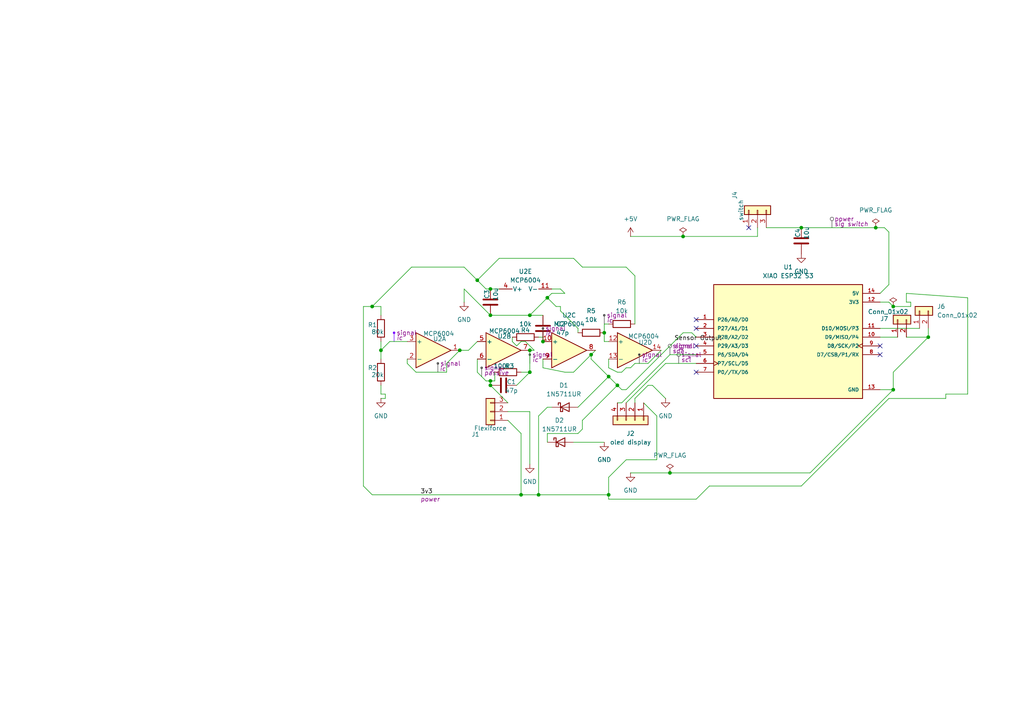
<source format=kicad_sch>
(kicad_sch (version 20250114) (generator "eeschema") (generator_version "9.0")
  (paper "A4")
  (title_block (title "bfs") (date "15-04-2025") (company "Varidhi educational products"))
  (lib_symbols
    (symbol "102010428:102010428" (pin_names (offset 1.016))
      (property "Reference" "U" (at -22.86 17.78 0))
      (property "Value" "102010428" (at -22.86 -17.78 0))
      (symbol "102010428_0_0"
        (rectangle (start -22.86 -15.24) (end 20.32 17.78) (stroke (width 0.254)) (fill (type background)))
        (pin bidirectional line (at -27.94 7.62 0) (length 5.08) (name "P26/A0/D0") (number "1"))
        (pin bidirectional line (at -27.94 5.08 0) (length 5.08) (name "P27/A1/D1") (number "2"))
        (pin bidirectional line (at -27.94 2.54 0) (length 5.08) (name "P28/A2/D2") (number "3"))
        (pin bidirectional line (at -27.94 0 0) (length 5.08) (name "P29/A3/D3") (number "4"))
        (pin bidirectional line (at -27.94 -2.54 0) (length 5.08) (name "P6/SDA/D4") (number "5"))
        (pin bidirectional clock (at -27.94 -5.08 0) (length 5.08) (name "P7/SCL/D5") (number "6"))
        (pin bidirectional line (at -27.94 -7.62 0) (length 5.08) (name "P0//TX/D6") (number "7"))
        (pin power_in line (at 25.4 15.24 180) (length 5.08) (name "5V") (number "14"))
        (pin power_in line (at 25.4 12.7 180) (length 5.08) (name "3V3") (number "12"))
        (pin bidirectional line (at 25.4 5.08 180) (length 5.08) (name "D10/MOSI/P3") (number "11"))
        (pin bidirectional line (at 25.4 2.54 180) (length 5.08) (name "D9/MISO/P4") (number "10"))
        (pin bidirectional clock (at 25.4 0 180) (length 5.08) (name "D8/SCK/P2") (number "9"))
        (pin bidirectional line (at 25.4 -2.54 180) (length 5.08) (name "D7/CSB/P1/RX") (number "8"))
        (pin power_in line (at 25.4 -12.7 180) (length 5.08) (name "GND") (number "13"))
      )
    )
    (symbol "Amplifier_Operational:MCP6004" (pin_names (offset 0.127))
      (property "Reference" "U" (at 0 5.08 0))
      (property "Value" "MCP6004" (at 0 -5.08 0))
      (symbol "MCP6004_1_1"
        (polyline (pts (xy -5.08 5.08) (xy 5.08 0) (xy -5.08 -5.08) (xy -5.08 5.08)) (stroke (width 0.254)) (fill (type background)))
        (pin input line (at -7.62 2.54 0) (length 2.54) (name "+") (number "3"))
        (pin input line (at -7.62 -2.54 0) (length 2.54) (name "-") (number "2"))
        (pin output line (at 7.62 0 180) (length 2.54) (name "~") (number "1"))
      )
      (symbol "MCP6004_2_1"
        (polyline (pts (xy -5.08 5.08) (xy 5.08 0) (xy -5.08 -5.08) (xy -5.08 5.08)) (stroke (width 0.254)) (fill (type background)))
        (pin input line (at -7.62 2.54 0) (length 2.54) (name "+") (number "5"))
        (pin input line (at -7.62 -2.54 0) (length 2.54) (name "-") (number "6"))
        (pin output line (at 7.62 0 180) (length 2.54) (name "~") (number "7"))
      )
      (symbol "MCP6004_3_1"
        (polyline (pts (xy -5.08 5.08) (xy 5.08 0) (xy -5.08 -5.08) (xy -5.08 5.08)) (stroke (width 0.254)) (fill (type background)))
        (pin input line (at -7.62 2.54 0) (length 2.54) (name "+") (number "10"))
        (pin input line (at -7.62 -2.54 0) (length 2.54) (name "-") (number "9"))
        (pin output line (at 7.62 0 180) (length 2.54) (name "~") (number "8"))
      )
      (symbol "MCP6004_4_1"
        (polyline (pts (xy -5.08 5.08) (xy 5.08 0) (xy -5.08 -5.08) (xy -5.08 5.08)) (stroke (width 0.254)) (fill (type background)))
        (pin input line (at -7.62 2.54 0) (length 2.54) (name "+") (number "12"))
        (pin input line (at -7.62 -2.54 0) (length 2.54) (name "-") (number "13"))
        (pin output line (at 7.62 0 180) (length 2.54) (name "~") (number "14"))
      )
      (symbol "MCP6004_5_1"
        (pin power_in line (at -2.54 7.62 270) (length 3.81) (name "V+") (number "4"))
        (pin power_in line (at -2.54 -7.62 90) (length 3.81) (name "V-") (number "11"))
      )
    )
    (symbol "Connector_Generic:Conn_01x02" (pin_names (offset 1.016) (hide yes))
      (property "Reference" "J" (at 0 2.54 0))
      (property "Value" "Conn_01x02" (at 0 -5.08 0))
      (symbol "Conn_01x02_1_1"
        (rectangle (start -1.27 1.27) (end 1.27 -3.81) (stroke (width 0.254)) (fill (type background)))
        (rectangle (start -1.27 0.127) (end 0 -0.127) (stroke (width 0.1524)))
        (rectangle (start -1.27 -2.413) (end 0 -2.667) (stroke (width 0.1524)))
        (pin passive line (at -5.08 0 0) (length 3.81) (name "Pin_1") (number "1"))
        (pin passive line (at -5.08 -2.54 0) (length 3.81) (name "Pin_2") (number "2"))
      )
    )
    (symbol "Connector_Generic:Conn_01x03" (pin_names (offset 1.016) (hide yes))
      (property "Reference" "J" (at 0 5.08 0))
      (property "Value" "Conn_01x03" (at 0 -5.08 0))
      (symbol "Conn_01x03_1_1"
        (rectangle (start -1.27 3.81) (end 1.27 -3.81) (stroke (width 0.254)) (fill (type background)))
        (rectangle (start -1.27 2.667) (end 0 2.413) (stroke (width 0.1524)))
        (rectangle (start -1.27 0.127) (end 0 -0.127) (stroke (width 0.1524)))
        (rectangle (start -1.27 -2.413) (end 0 -2.667) (stroke (width 0.1524)))
        (pin passive line (at -5.08 2.54 0) (length 3.81) (name "Pin_1") (number "1"))
        (pin passive line (at -5.08 0 0) (length 3.81) (name "Pin_2") (number "2"))
        (pin passive line (at -5.08 -2.54 0) (length 3.81) (name "Pin_3") (number "3"))
      )
    )
    (symbol "Connector_Generic:Conn_01x04" (pin_names (offset 1.016) (hide yes))
      (property "Reference" "J" (at 0 5.08 0))
      (property "Value" "Conn_01x04" (at 0 -7.62 0))
      (symbol "Conn_01x04_1_1"
        (rectangle (start -1.27 3.81) (end 1.27 -6.35) (stroke (width 0.254)) (fill (type background)))
        (rectangle (start -1.27 2.667) (end 0 2.413) (stroke (width 0.1524)))
        (rectangle (start -1.27 0.127) (end 0 -0.127) (stroke (width 0.1524)))
        (rectangle (start -1.27 -2.413) (end 0 -2.667) (stroke (width 0.1524)))
        (rectangle (start -1.27 -4.953) (end 0 -5.207) (stroke (width 0.1524)))
        (pin passive line (at -5.08 2.54 0) (length 3.81) (name "Pin_1") (number "1"))
        (pin passive line (at -5.08 0 0) (length 3.81) (name "Pin_2") (number "2"))
        (pin passive line (at -5.08 -2.54 0) (length 3.81) (name "Pin_3") (number "3"))
        (pin passive line (at -5.08 -5.08 0) (length 3.81) (name "Pin_4") (number "4"))
      )
    )
    (symbol "Device:C" (pin_numbers (hide yes)) (pin_names (offset 0.254))
      (property "Reference" "C" (at 0.635 2.54 0))
      (property "Value" "C" (at 0.635 -2.54 0))
      (symbol "C_0_1"
        (polyline (pts (xy -2.032 0.762) (xy 2.032 0.762)) (stroke (width 0.508)))
        (polyline (pts (xy -2.032 -0.762) (xy 2.032 -0.762)) (stroke (width 0.508)))
      )
      (symbol "C_1_1"
        (pin passive line (at 0 3.81 270) (length 2.794) (name "~") (number "1"))
        (pin passive line (at 0 -3.81 90) (length 2.794) (name "~") (number "2"))
      )
    )
    (symbol "Device:R" (pin_numbers (hide yes)) (pin_names (offset 0))
      (property "Reference" "R" (at 2.032 0 90))
      (property "Value" "R" (at 0 0 90))
      (symbol "R_0_1"
        (rectangle (start -1.016 -2.54) (end 1.016 2.54) (stroke (width 0.254)))
      )
      (symbol "R_1_1"
        (pin passive line (at 0 3.81 270) (length 1.27) (name "~") (number "1"))
        (pin passive line (at 0 -3.81 90) (length 1.27) (name "~") (number "2"))
      )
    )
    (symbol "Diode:1N5711UR" (pin_numbers (hide yes)) (pin_names (offset 1.016) (hide yes))
      (property "Reference" "D" (at 0 2.54 0))
      (property "Value" "1N5711UR" (at 0 -2.54 0))
      (symbol "1N5711UR_0_1"
        (polyline (pts (xy -1.905 0.635) (xy -1.905 1.27) (xy -1.27 1.27) (xy -1.27 -1.27) (xy -0.635 -1.27) (xy -0.635 -0.635)) (stroke (width 0.254)))
        (polyline (pts (xy 1.27 1.27) (xy 1.27 -1.27) (xy -1.27 0) (xy 1.27 1.27)) (stroke (width 0.254)))
        (polyline (pts (xy 1.27 0) (xy -1.27 0)))
      )
      (symbol "1N5711UR_1_1"
        (pin passive line (at -3.81 0 0) (length 2.54) (name "K") (number "1"))
        (pin passive line (at 3.81 0 180) (length 2.54) (name "A") (number "2"))
      )
    )
    (symbol "power:+5V" (power) (pin_numbers (hide yes)) (pin_names (offset 0) (hide yes))
      (property "Value" "+5V" (at 0 3.556 0))
      (symbol "+5V_0_1"
        (polyline (pts (xy -0.762 1.27) (xy 0 2.54)))
        (polyline (pts (xy 0 2.54) (xy 0.762 1.27)))
        (polyline (pts (xy 0 0) (xy 0 2.54)))
      )
      (symbol "+5V_1_1"
        (pin power_in line (at 0 0 90) (length 0) (name "~") (number "1"))
      )
    )
    (symbol "power:GND" (power) (pin_numbers (hide yes)) (pin_names (offset 0) (hide yes))
      (property "Value" "GND" (at 0 -3.81 0))
      (symbol "GND_0_1"
        (polyline (pts (xy 0 0) (xy 0 -1.27) (xy 1.27 -1.27) (xy 0 -2.54) (xy -1.27 -1.27) (xy 0 -1.27)))
      )
      (symbol "GND_1_1"
        (pin power_in line (at 0 0 270) (length 0) (name "~") (number "1"))
      )
    )
    (symbol "power:PWR_FLAG" (power) (pin_numbers (hide yes)) (pin_names (offset 0) (hide yes))
      (property "Value" "PWR_FLAG" (at 0 3.81 0))
      (symbol "PWR_FLAG_0_0"
        (pin power_out line (at 0 0 90) (length 0) (name "~") (number "1"))
      )
      (symbol "PWR_FLAG_0_1"
        (polyline (pts (xy 0 0) (xy 0 1.27) (xy -1.016 1.905) (xy 0 2.54) (xy 1.016 1.905) (xy 0 1.27)))
      )
    )
  )
  (junction (at 156.21 143.51))
  (junction (at 153.67 107.95))
  (junction (at 142.24 110.49))
  (junction (at 158.75 86.36))
  (junction (at 142.24 83.82))
  (junction (at 198.12 68.58))
  (junction (at 259.08 88.9))
  (junction (at 269.24 97.79))
  (junction (at 259.08 113.03))
  (junction (at 110.49 101.6))
  (junction (at 138.43 81.28))
  (junction (at 175.26 96.52))
  (junction (at 254 66.04))
  (junction (at 107.95 88.9))
  (junction (at 133.35 101.6))
  (junction (at 232.41 66.04))
  (junction (at 157.48 99.06))
  (junction (at 179.07 111.76))
  (junction (at 153.67 91.44))
  (junction (at 176.53 143.51))
  (junction (at 153.67 101.6))
  (junction (at 176.53 109.22))
  (junction (at 151.13 143.51))
  (junction (at 142.24 91.44))
  (junction (at 194.31 137.16))
  (junction (at 171.45 102.87))
  (junction (at 142.24 111.76))
  (no_connect (at 255.27 102.87))
  (no_connect (at 255.27 100.33))
  (no_connect (at 201.93 100.33))
  (no_connect (at 201.93 92.71))
  (no_connect (at 201.93 107.95))
  (no_connect (at 217.17 66.04))
  (no_connect (at 201.93 95.25))
  (wire (pts (xy 110.49 99.06) (xy 110.49 101.6)))
  (wire (pts (xy 105.41 88.9) (xy 107.95 88.9)))
  (wire (pts (xy 180.34 107.95) (xy 181.61 106.68)))
  (wire (pts (xy 105.41 140.97) (xy 107.95 143.51)))
  (wire (pts (xy 152.4 99.06) (xy 154.94 101.6)))
  (wire (pts (xy 157.48 97.79) (xy 157.48 99.06)))
  (wire (pts (xy 110.49 101.6) (xy 110.49 104.14)))
  (wire (pts (xy 257.81 115.57) (xy 232.41 140.97)))
  (wire (pts (xy 160.02 85.09) (xy 158.75 86.36)))
  (wire (pts (xy 168.91 124.46) (xy 168.91 121.92)))
  (wire (pts (xy 184.15 115.57) (xy 187.96 111.76)))
  (wire (pts (xy 147.32 116.84) (xy 142.24 111.76)))
  (wire (pts (xy 144.78 83.82) (xy 142.24 83.82)))
  (wire (pts (xy 134.62 83.82) (xy 134.62 87.63)))
  (wire (pts (xy 262.89 97.79) (xy 269.24 97.79)))
  (wire (pts (xy 168.91 77.47) (xy 166.37 74.93)))
  (wire (pts (xy 179.07 107.95) (xy 180.34 107.95)))
  (wire (pts (xy 198.12 68.58) (xy 219.71 68.58)))
  (wire (pts (xy 187.96 111.76) (xy 189.23 111.76)))
  (wire (pts (xy 176.53 109.22) (xy 179.07 111.76)))
  (wire (pts (xy 167.64 118.11) (xy 176.53 109.22)))
  (wire (pts (xy 184.15 105.41) (xy 187.96 105.41)))
  (wire (pts (xy 162.56 83.82) (xy 163.83 85.09)))
  (wire (pts (xy 257.81 82.55) (xy 255.27 85.09)))
  (wire (pts (xy 176.53 144.78) (xy 176.53 143.51)))
  (wire (pts (xy 175.26 99.06) (xy 176.53 99.06)))
  (wire (pts (xy 259.08 113.03) (xy 259.08 107.95)))
  (wire (pts (xy 118.11 99.06) (xy 113.03 99.06)))
  (wire (pts (xy 167.64 125.73) (xy 168.91 124.46)))
  (wire (pts (xy 105.41 88.9) (xy 105.41 140.97)))
  (wire (pts (xy 198.12 96.52) (xy 200.66 96.52)))
  (wire (pts (xy 166.37 107.95) (xy 171.45 102.87)))
  (wire (pts (xy 151.13 107.95) (xy 153.67 107.95)))
  (wire (pts (xy 110.49 111.76) (xy 110.49 114.3)))
  (wire (pts (xy 148.59 99.06) (xy 149.86 100.33)))
  (wire (pts (xy 190.5 120.65) (xy 186.69 116.84)))
  (wire (pts (xy 110.49 88.9) (xy 110.49 91.44)))
  (wire (pts (xy 184.15 93.98) (xy 184.15 80.01)))
  (wire (pts (xy 161.29 88.9) (xy 158.75 86.36)))
  (wire (pts (xy 110.49 114.3) (xy 111.76 114.3)))
  (wire (pts (xy 153.67 119.38) (xy 153.67 134.62)))
  (wire (pts (xy 198.12 96.52) (xy 181.61 113.03)))
  (wire (pts (xy 182.88 68.58) (xy 198.12 68.58)))
  (wire (pts (xy 151.13 99.06) (xy 152.4 99.06)))
  (wire (pts (xy 149.86 111.76) (xy 153.67 107.95)))
  (wire (pts (xy 142.24 110.49) (xy 142.24 111.76)))
  (wire (pts (xy 269.24 95.25) (xy 269.24 97.79)))
  (wire (pts (xy 254 66.04) (xy 256.54 66.04)))
  (wire (pts (xy 156.21 120.65) (xy 156.21 143.51)))
  (wire (pts (xy 118.11 105.41) (xy 120.65 107.95)))
  (wire (pts (xy 255.27 97.79) (xy 260.35 97.79)))
  (wire (pts (xy 180.34 116.84) (xy 194.31 102.87)))
  (wire (pts (xy 194.31 137.16) (xy 234.95 137.16)))
  (wire (pts (xy 190.5 133.35) (xy 190.5 120.65)))
  (wire (pts (xy 181.61 113.03) (xy 180.34 113.03)))
  (wire (pts (xy 149.86 100.33) (xy 151.13 99.06)))
  (wire (pts (xy 166.37 128.27) (xy 175.26 128.27)))
  (wire (pts (xy 179.07 116.84) (xy 180.34 116.84)))
  (wire (pts (xy 110.49 115.57) (xy 111.76 115.57)))
  (wire (pts (xy 120.65 107.95) (xy 129.54 107.95)))
  (wire (pts (xy 142.24 110.49) (xy 140.97 110.49)))
  (wire (pts (xy 257.81 67.31) (xy 257.81 82.55)))
  (wire (pts (xy 111.76 114.3) (xy 111.76 115.57)))
  (wire (pts (xy 153.67 101.6) (xy 154.94 101.6)))
  (wire (pts (xy 259.08 107.95) (xy 269.24 97.79)))
  (wire (pts (xy 151.13 125.73) (xy 151.13 143.51)))
  (wire (pts (xy 176.53 144.78) (xy 201.93 144.78)))
  (wire (pts (xy 264.16 87.63) (xy 262.89 87.63)))
  (wire (pts (xy 171.45 104.14) (xy 176.53 109.22)))
  (wire (pts (xy 181.61 77.47) (xy 168.91 77.47)))
  (wire (pts (xy 176.53 104.14) (xy 176.53 106.68)))
  (wire (pts (xy 181.61 133.35) (xy 190.5 133.35)))
  (wire (pts (xy 163.83 107.95) (xy 166.37 107.95)))
  (wire (pts (xy 189.23 111.76) (xy 193.04 115.57)))
  (wire (pts (xy 167.64 95.25) (xy 162.56 90.17)))
  (wire (pts (xy 222.25 66.04) (xy 232.41 66.04)))
  (wire (pts (xy 257.81 67.31) (xy 256.54 66.04)))
  (wire (pts (xy 138.43 104.14) (xy 138.43 107.95)))
  (wire (pts (xy 144.78 74.93) (xy 138.43 81.28)))
  (wire (pts (xy 119.38 77.47) (xy 107.95 88.9)))
  (wire (pts (xy 142.24 91.44) (xy 134.62 83.82)))
  (wire (pts (xy 153.67 91.44) (xy 142.24 91.44)))
  (wire (pts (xy 138.43 81.28) (xy 134.62 77.47)))
  (wire (pts (xy 151.13 143.51) (xy 156.21 143.51)))
  (wire (pts (xy 194.31 102.87) (xy 201.93 102.87)))
  (wire (pts (xy 107.95 88.9) (xy 110.49 88.9)))
  (wire (pts (xy 182.88 106.68) (xy 184.15 105.41)))
  (wire (pts (xy 171.45 102.87) (xy 172.72 101.6)))
  (wire (pts (xy 232.41 66.04) (xy 254 66.04)))
  (wire (pts (xy 176.53 106.68) (xy 179.07 107.95)))
  (wire (pts (xy 129.54 107.95) (xy 129.54 105.41)))
  (wire (pts (xy 156.21 97.79) (xy 157.48 97.79)))
  (wire (pts (xy 205.74 140.97) (xy 232.41 140.97)))
  (wire (pts (xy 255.27 87.63) (xy 257.81 87.63)))
  (wire (pts (xy 200.66 96.52) (xy 201.93 97.79)))
  (wire (pts (xy 118.11 104.14) (xy 118.11 105.41)))
  (wire (pts (xy 158.75 118.11) (xy 156.21 120.65)))
  (wire (pts (xy 142.24 83.82) (xy 140.97 83.82)))
  (wire (pts (xy 264.16 88.9) (xy 259.08 88.9)))
  (wire (pts (xy 158.75 125.73) (xy 158.75 128.27)))
  (wire (pts (xy 255.27 95.25) (xy 266.7 95.25)))
  (wire (pts (xy 157.48 106.68) (xy 163.83 107.95)))
  (wire (pts (xy 162.56 88.9) (xy 162.56 90.17)))
  (wire (pts (xy 135.89 101.6) (xy 138.43 99.06)))
  (wire (pts (xy 176.53 143.51) (xy 176.53 138.43)))
  (wire (pts (xy 181.61 116.84) (xy 193.04 105.41)))
  (wire (pts (xy 140.97 83.82) (xy 138.43 81.28)))
  (wire (pts (xy 143.51 110.49) (xy 142.24 110.49)))
  (wire (pts (xy 193.04 105.41) (xy 201.93 105.41)))
  (wire (pts (xy 148.59 97.79) (xy 148.59 99.06)))
  (wire (pts (xy 157.48 91.44) (xy 153.67 91.44)))
  (wire (pts (xy 262.89 87.63) (xy 262.89 85.09)))
  (wire (pts (xy 257.81 87.63) (xy 259.08 88.9)))
  (wire (pts (xy 171.45 104.14) (xy 171.45 102.87)))
  (wire (pts (xy 168.91 121.92) (xy 179.07 111.76)))
  (wire (pts (xy 134.62 77.47) (xy 119.38 77.47)))
  (wire (pts (xy 175.26 93.98) (xy 175.26 96.52)))
  (wire (pts (xy 262.89 85.09) (xy 280.67 86.36)))
  (wire (pts (xy 163.83 85.09) (xy 160.02 85.09)))
  (wire (pts (xy 166.37 74.93) (xy 144.78 74.93)))
  (wire (pts (xy 184.15 80.01) (xy 181.61 77.47)))
  (wire (pts (xy 182.88 137.16) (xy 194.31 137.16)))
  (wire (pts (xy 219.71 66.04) (xy 219.71 68.58)))
  (wire (pts (xy 147.32 119.38) (xy 153.67 119.38)))
  (wire (pts (xy 280.67 114.3) (xy 274.32 114.3)))
  (wire (pts (xy 113.03 99.06) (xy 110.49 101.6)))
  (wire (pts (xy 187.96 105.41) (xy 191.77 101.6)))
  (wire (pts (xy 274.32 114.3) (xy 274.32 115.57)))
  (wire (pts (xy 157.48 104.14) (xy 157.48 106.68)))
  (wire (pts (xy 179.07 111.76) (xy 180.34 113.03)))
  (wire (pts (xy 264.16 87.63) (xy 264.16 88.9)))
  (wire (pts (xy 274.32 115.57) (xy 257.81 115.57)))
  (wire (pts (xy 160.02 83.82) (xy 162.56 83.82)))
  (wire (pts (xy 147.32 121.92) (xy 151.13 125.73)))
  (wire (pts (xy 158.75 125.73) (xy 167.64 125.73)))
  (wire (pts (xy 175.26 96.52) (xy 175.26 99.06)))
  (wire (pts (xy 234.95 137.16) (xy 259.08 113.03)))
  (wire (pts (xy 129.54 105.41) (xy 133.35 101.6)))
  (wire (pts (xy 255.27 113.03) (xy 259.08 113.03)))
  (wire (pts (xy 158.75 86.36) (xy 153.67 91.44)))
  (wire (pts (xy 280.67 86.36) (xy 280.67 114.3)))
  (wire (pts (xy 156.21 143.51) (xy 176.53 143.51)))
  (wire (pts (xy 175.26 93.98) (xy 176.53 93.98)))
  (wire (pts (xy 162.56 88.9) (xy 161.29 88.9)))
  (wire (pts (xy 205.74 140.97) (xy 201.93 144.78)))
  (wire (pts (xy 181.61 106.68) (xy 182.88 106.68)))
  (wire (pts (xy 176.53 138.43) (xy 181.61 133.35)))
  (wire (pts (xy 184.15 116.84) (xy 184.15 115.57)))
  (wire (pts (xy 143.51 107.95) (xy 143.51 110.49)))
  (wire (pts (xy 160.02 118.11) (xy 158.75 118.11)))
  (wire (pts (xy 167.64 96.52) (xy 167.64 95.25)))
  (wire (pts (xy 138.43 107.95) (xy 140.97 110.49)))
  (wire (pts (xy 133.35 101.6) (xy 135.89 101.6)))
  (wire (pts (xy 107.95 143.51) (xy 151.13 143.51)))
  (wire (pts (xy 153.67 101.6) (xy 153.67 107.95)))
  (label "Sensor Output" (at 195.58 99.06 0) (property "Sensor Output" "signal" (at 195.58 100.33 0) (effects (font (italic yes)) (justify left))))
  (label "3v3" (at 121.92 143.51 0) (property "3v3" "power" (at 121.92 144.78 0) (effects (font (italic yes)) (justify left))))
  (netclass_flag "" (length 2.54) (shape dot) (at 157.48 97.79 0) (property "Netclass" "signal" (at 158.1785 95.25 0) (effects (justify left))) (property "Component Class" "ic" (at 158.1785 96.7105 0) (effects (font (italic yes)) (justify left))))
  (netclass_flag "" (length 2.54) (shape dot) (at 153.67 105.41 0) (property "Netclass" "signal" (at 154.3685 102.87 0) (effects (justify left))) (property "Component Class" "ic" (at 154.3685 104.3305 0) (effects (font (italic yes)) (justify left))))
  (netclass_flag "" (length 2.54) (shape dot) (at 114.3 99.06 0) (property "Netclass" "signal" (at 114.9985 96.52 0) (effects (justify left))) (property "Component Class" "ic" (at 114.9985 97.9805 0) (effects (font (italic yes)) (justify left))))
  (netclass_flag "" (length 2.54) (shape dot) (at 127 107.95 0) (property "Netclass" "signal" (at 127.6985 105.41 0) (effects (justify left))) (property "Component Class" "ic" (at 127.508 106.934 0) (effects (font (italic yes)) (justify left))))
  (netclass_flag "" (length 2.54) (shape round) (at 241.3 66.04 0) (property "Netclass" "power" (at 241.9985 63.5 0) (effects (justify left))) (property "Component Class" "sig switch" (at 241.9985 64.9605 0) (effects (font (italic yes)) (justify left))))
  (netclass_flag "" (length 2.54) (shape round) (at 196.85 105.41 0) (property "Netclass" "signal" (at 197.5485 102.87 0) (effects (justify left))) (property "Component Class" "scl" (at 197.5485 104.3305 0) (effects (font (italic yes)) (justify left))))
  (netclass_flag "" (length 2.54) (shape dot) (at 139.7 109.22 0) (property "Netclass" "signal" (at 140.3985 106.68 0) (effects (justify left))) (property "Component Class" "passive" (at 140.3985 108.1405 0) (effects (font (italic yes)) (justify left))))
  (netclass_flag "" (length 2.54) (shape dot) (at 175.26 93.98 0) (property "Netclass" "signal" (at 175.9585 91.44 0) (effects (justify left))) (property "Component Class" "ic" (at 175.9585 92.9005 0) (effects (font (italic yes)) (justify left))))
  (netclass_flag "" (length 2.54) (shape dot) (at 185.42 105.41 0) (property "Netclass" "signal" (at 186.1185 102.87 0) (effects (justify left))) (property "Component Class" "ic" (at 186.1185 104.3305 0) (effects (font (italic yes)) (justify left))))
  (netclass_flag "" (length 2.54) (shape round) (at 194.31 102.87 0) (property "Netclass" "signal" (at 195.0085 100.33 0) (effects (justify left))) (property "Component Class" "sda" (at 195.0085 101.7905 0) (effects (font (italic yes)) (justify left))))
  (symbol (lib_id "Device:C") (at 142.24 87.63 180) (unit 1)
    (property "Reference" "C3" (at 141.224 85.344 90))
    (property "Value" "10u" (at 143.764 85.344 90))
    (property "Footprint" "Capacitor_SMD:C_0603_1608Metric" (effects (hide yes)))
    (property "Description" "Unpolarized capacitor" (effects (hide yes)))
  )
  (symbol (lib_id "power:GND") (at 182.88 137.16 0) (unit 1)
    (property "Reference" "#PWR02" (effects (hide yes)))
    (property "Value" "GND" (at 182.88 142.24 0))
    (property "Description" "Power symbol creates a global label with name \"GND\" , ground" (effects (hide yes)))
  )
  (symbol (lib_id "Device:R") (at 180.34 93.98 90) (unit 1)
    (property "Reference" "R6" (at 180.34 87.63 90))
    (property "Value" "10k" (at 180.34 90.17 90))
    (property "Footprint" "Resistor_SMD:R_0603_1608Metric_Pad0.98x0.95mm_HandSolder" (effects (hide yes)))
    (property "Description" "Resistor" (effects (hide yes)))
  )
  (symbol (lib_id "Amplifier_Operational:MCP6004") (at 152.4 81.28 90) (unit 5)
    (property "Reference" "U2" (at 152.4 78.74 90))
    (property "Value" "MCP6004" (at 152.4 81.28 90))
    (property "Footprint" "Package_SO:SOIC-14_3.9x8.7mm_P1.27mm" (effects (hide yes)))
    (property "Datasheet" "http://ww1.microchip.com/downloads/en/DeviceDoc/21733j.pdf" (effects (hide yes)))
    (property "Description" "1MHz, Low-Power Op Amp, DIP-14/SOIC-14/TSSOP-14" (effects (hide yes)))
  )
  (symbol (lib_id "power:GND") (at 193.04 115.57 0) (unit 1)
    (property "Reference" "#PWR06" (effects (hide yes)))
    (property "Value" "GND" (at 193.04 120.65 0))
    (property "Description" "Power symbol creates a global label with name \"GND\" , ground" (effects (hide yes)))
  )
  (symbol (lib_id "power:PWR_FLAG") (at 198.12 68.58 0) (unit 1)
    (property "Reference" "#FLG02" (effects (hide yes)))
    (property "Value" "PWR_FLAG" (at 198.12 63.5 0))
    (property "Description" "Special symbol for telling ERC where power comes from" (effects (hide yes)))
  )
  (symbol (lib_id "power:GND") (at 110.49 115.57 0) (unit 1)
    (property "Reference" "#PWR03" (effects (hide yes)))
    (property "Value" "GND" (at 110.49 120.65 0))
    (property "Description" "Power symbol creates a global label with name \"GND\" , ground" (effects (hide yes)))
  )
  (symbol (lib_id "Device:R") (at 110.49 95.25 0) (unit 1)
    (property "Reference" "R1" (at 106.68 94.234 0) (effects (justify left)))
    (property "Value" "80k" (at 107.696 96.266 0) (effects (justify left)))
    (property "Footprint" "Resistor_SMD:R_0603_1608Metric_Pad0.98x0.95mm_HandSolder" (effects (hide yes)))
    (property "Description" "Resistor" (effects (hide yes)))
  )
  (symbol (lib_id "Device:R") (at 147.32 107.95 90) (unit 1)
    (property "Reference" "R3" (at 147.828 106.172 90))
    (property "Value" "100k" (at 145.542 106.172 90))
    (property "Footprint" "Resistor_SMD:R_0603_1608Metric_Pad0.98x0.95mm_HandSolder" (effects (hide yes)))
    (property "Description" "Resistor" (effects (hide yes)))
  )
  (symbol (lib_id "power:GND") (at 153.67 134.62 0) (unit 1)
    (property "Reference" "#PWR07" (effects (hide yes)))
    (property "Value" "GND" (at 153.67 139.7 0))
    (property "Description" "Power symbol creates a global label with name \"GND\" , ground" (effects (hide yes)))
  )
  (symbol (lib_id "Connector_Generic:Conn_01x04") (at 184.15 121.92 270) (unit 1)
    (property "Reference" "J2" (at 182.88 125.73 90))
    (property "Value" "oled display" (at 182.88 128.27 90))
    (property "Footprint" "Connector:FanPinHeader_1x04_P2.54mm_Vertical" (effects (hide yes)))
    (property "Description" "Generic connector, single row, 01x04, script generated (kicad-library-utils/schlib/autogen/connector/)" (effects (hide yes)))
  )
  (symbol (lib_id "Device:R") (at 152.4 97.79 90) (unit 1)
    (property "Reference" "R4" (at 152.4 95.758 90))
    (property "Value" "10k" (at 152.4 93.98 90))
    (property "Footprint" "Resistor_SMD:R_0603_1608Metric_Pad0.98x0.95mm_HandSolder" (effects (hide yes)))
    (property "Description" "Resistor" (effects (hide yes)))
  )
  (symbol (lib_id "Device:C") (at 146.05 111.76 90) (unit 1)
    (property "Reference" "C1" (at 148.336 110.744 90))
    (property "Value" "47p" (at 148.336 113.284 90))
    (property "Footprint" "Capacitor_SMD:C_0603_1608Metric" (effects (hide yes)))
    (property "Description" "Unpolarized capacitor" (effects (hide yes)))
  )
  (symbol (lib_id "Connector_Generic:Conn_01x02") (at 260.35 92.71 90) (unit 1)
    (property "Reference" "J7" (at 255.27 92.456 90) (effects (justify right)))
    (property "Value" "Conn_01x02" (at 251.714 90.424 90) (effects (justify right)))
    (property "Footprint" "Connector_JST:JST_XH_S2B-XH-A-1_1x02_P2.50mm_Horizontal" (effects (hide yes)))
    (property "Description" "Generic connector, single row, 01x02, script generated (kicad-library-utils/schlib/autogen/connector/)" (effects (hide yes)))
  )
  (symbol (lib_id "Diode:1N5711UR") (at 163.83 118.11 0) (unit 1)
    (property "Reference" "D1" (at 163.5125 111.76 0))
    (property "Value" "1N5711UR" (at 163.5125 114.3 0))
    (property "Footprint" "Diode_SMD:D_MELF" (effects (hide yes)))
    (property "Datasheet" "https://www.microsemi.com/document-portal/doc_download/131890-lds-0040-1-datasheet" (effects (hide yes)))
    (property "Description" "70V 33mA Schottky diode, MELF(DO-213AA)" (effects (hide yes)))
  )
  (symbol (lib_id "power:GND") (at 232.41 73.66 0) (unit 1)
    (property "Reference" "#PWR08" (effects (hide yes)))
    (property "Value" "GND" (at 232.41 78.74 0))
    (property "Description" "Power symbol creates a global label with name \"GND\" , ground" (effects (hide yes)))
  )
  (symbol (lib_id "power:+5V") (at 182.88 68.58 0) (unit 1)
    (property "Reference" "#PWR01" (effects (hide yes)))
    (property "Value" "+5V" (at 182.88 63.5 0))
    (property "Description" "Power symbol creates a global label with name \"+5V\"" (effects (hide yes)))
  )
  (symbol (lib_id "Device:C") (at 157.48 95.25 0) (unit 1)
    (property "Reference" "C2" (at 161.29 93.9799 0) (effects (justify left)))
    (property "Value" "47p" (at 161.29 96.5199 0) (effects (justify left)))
    (property "Footprint" "Capacitor_SMD:C_0603_1608Metric" (effects (hide yes)))
    (property "Description" "Unpolarized capacitor" (effects (hide yes)))
  )
  (symbol (lib_id "Connector_Generic:Conn_01x03") (at 219.71 60.96 90) (unit 1)
    (property "Reference" "J4" (at 213.106 56.642 0))
    (property "Value" "switch" (at 214.884 60.96 0))
    (property "Footprint" "Connector:FanPinHeader_1x03_P2.54mm_Vertical" (effects (hide yes)))
    (property "Description" "Generic connector, single row, 01x03, script generated (kicad-library-utils/schlib/autogen/connector/)" (effects (hide yes)))
  )
  (symbol (lib_id "power:GND") (at 134.62 87.63 0) (unit 1)
    (property "Reference" "#PWR04" (effects (hide yes)))
    (property "Value" "GND" (at 134.62 92.71 0))
    (property "Description" "Power symbol creates a global label with name \"GND\" , ground" (effects (hide yes)))
  )
  (symbol (lib_id "power:PWR_FLAG") (at 194.31 137.16 0) (unit 1)
    (property "Reference" "#FLG04" (effects (hide yes)))
    (property "Value" "PWR_FLAG" (at 194.31 132.08 0))
    (property "Description" "Special symbol for telling ERC where power comes from" (effects (hide yes)))
  )
  (symbol (lib_id "Diode:1N5711UR") (at 162.56 128.27 0) (unit 1)
    (property "Reference" "D2" (at 162.2425 121.92 0))
    (property "Value" "1N5711UR" (at 162.2425 124.46 0))
    (property "Footprint" "Diode_SMD:D_MELF" (effects (hide yes)))
    (property "Datasheet" "https://www.microsemi.com/document-portal/doc_download/131890-lds-0040-1-datasheet" (effects (hide yes)))
    (property "Description" "70V 33mA Schottky diode, MELF(DO-213AA)" (effects (hide yes)))
  )
  (symbol (lib_id "Device:R") (at 171.45 96.52 270) (unit 1)
    (property "Reference" "R5" (at 171.45 90.17 90))
    (property "Value" "10k" (at 171.45 92.71 90))
    (property "Footprint" "Resistor_SMD:R_0603_1608Metric_Pad0.98x0.95mm_HandSolder" (effects (hide yes)))
    (property "Description" "Resistor" (effects (hide yes)))
  )
  (symbol (lib_id "Device:C") (at 232.41 69.85 180) (unit 1)
    (property "Reference" "C4" (at 231.394 67.564 90))
    (property "Value" "10u" (at 233.934 67.564 90))
    (property "Footprint" "Capacitor_SMD:C_0603_1608Metric" (effects (hide yes)))
    (property "Description" "Unpolarized capacitor" (effects (hide yes)))
  )
  (symbol (lib_id "Connector_Generic:Conn_01x02") (at 266.7 90.17 90) (unit 1)
    (property "Reference" "J6" (at 271.78 88.8999 90) (effects (justify right)))
    (property "Value" "Conn_01x02" (at 271.78 91.4399 90) (effects (justify right)))
    (property "Footprint" "Connector_JST:JST_XH_S2B-XH-A-1_1x02_P2.50mm_Horizontal" (effects (hide yes)))
    (property "Description" "Generic connector, single row, 01x02, script generated (kicad-library-utils/schlib/autogen/connector/)" (effects (hide yes)))
  )
  (symbol (lib_id "Device:R") (at 110.49 107.95 0) (unit 1)
    (property "Reference" "R2" (at 106.68 106.68 0) (effects (justify left)))
    (property "Value" "20k" (at 107.696 108.712 0) (effects (justify left)))
    (property "Footprint" "Resistor_SMD:R_0603_1608Metric_Pad0.98x0.95mm_HandSolder" (effects (hide yes)))
    (property "Description" "Resistor" (effects (hide yes)))
  )
  (symbol (lib_id "power:PWR_FLAG") (at 259.08 88.9 0) (unit 1)
    (property "Reference" "#FLG03" (effects (hide yes)))
    (property "Value" "PWR_FLAG" (effects (hide yes)))
    (property "Description" "Special symbol for telling ERC where power comes from" (effects (hide yes)))
  )
  (symbol (lib_id "Amplifier_Operational:MCP6004") (at 125.73 101.6 0) (unit 1)
    (property "Reference" "U2" (at 127.508 98.298 0))
    (property "Value" "MCP6004" (at 127.254 96.774 0))
    (property "Footprint" "Package_SO:SOIC-14_3.9x8.7mm_P1.27mm" (effects (hide yes)))
    (property "Datasheet" "http://ww1.microchip.com/downloads/en/DeviceDoc/21733j.pdf" (effects (hide yes)))
    (property "Description" "1MHz, Low-Power Op Amp, DIP-14/SOIC-14/TSSOP-14" (effects (hide yes)))
  )
  (symbol (lib_id "Connector_Generic:Conn_01x03") (at 142.24 119.38 180) (unit 1)
    (property "Reference" "J1" (at 137.922 125.984 0))
    (property "Value" "Flexiforce" (at 142.24 124.206 0))
    (property "Footprint" "Connector:FanPinHeader_1x03_P2.54mm_Vertical" (effects (hide yes)))
    (property "Description" "Generic connector, single row, 01x03, script generated (kicad-library-utils/schlib/autogen/connector/)" (effects (hide yes)))
  )
  (symbol (lib_id "Amplifier_Operational:MCP6004") (at 165.1 101.6 0) (unit 3)
    (property "Reference" "U2" (at 165.1 91.44 0))
    (property "Value" "MCP6004" (at 165.1 93.98 0))
    (property "Footprint" "Package_SO:SOIC-14_3.9x8.7mm_P1.27mm" (effects (hide yes)))
    (property "Datasheet" "http://ww1.microchip.com/downloads/en/DeviceDoc/21733j.pdf" (effects (hide yes)))
    (property "Description" "1MHz, Low-Power Op Amp, DIP-14/SOIC-14/TSSOP-14" (effects (hide yes)))
  )
  (symbol (lib_id "Amplifier_Operational:MCP6004") (at 146.05 101.6 0) (unit 2)
    (property "Reference" "U2" (at 146.304 97.536 0))
    (property "Value" "MCP6004" (at 146.304 96.012 0))
    (property "Footprint" "Package_SO:SOIC-14_3.9x8.7mm_P1.27mm" (effects (hide yes)))
    (property "Datasheet" "http://ww1.microchip.com/downloads/en/DeviceDoc/21733j.pdf" (effects (hide yes)))
    (property "Description" "1MHz, Low-Power Op Amp, DIP-14/SOIC-14/TSSOP-14" (effects (hide yes)))
  )
  (symbol (lib_id "power:GND") (at 175.26 128.27 0) (unit 1)
    (property "Reference" "#PWR05" (effects (hide yes)))
    (property "Value" "GND" (at 175.26 133.35 0))
    (property "Description" "Power symbol creates a global label with name \"GND\" , ground" (effects (hide yes)))
  )
  (symbol (lib_id "102010428:102010428") (at 229.87 100.33 0) (unit 1)
    (property "Reference" "U1" (at 228.6 77.47 0))
    (property "Value" "XIAO ESP32 S3" (at 228.6 80.01 0))
    (property "Footprint" "XIAO_Footprints:MODULE_102010428" (effects (hide yes)))
    (property "DigiKey_Part_Number" "1597-102010428-ND" (effects (hide yes)))
    (property "SnapEDA_Link" "https://www.snapeda.com/parts/102010428/Seeed+Studio/view-part/?ref=snap" (effects (hide yes)))
    (property "MAXIMUM_PACKAGE_HEIGHT" "N/A" (effects (hide yes)))
    (property "Package" "None" (effects (hide yes)))
    (property "Check_prices" "https://www.snapeda.com/parts/102010428/Seeed+Studio/view-part/?ref=eda" (effects (hide yes)))
    (property "STANDARD" "Manufacturer Recommendations" (effects (hide yes)))
    (property "PARTREV" "1.3" (effects (hide yes)))
    (property "MF" "Seeed Technology Co., Ltd" (effects (hide yes)))
    (property "MP" "102010428" (effects (hide yes)))
    (property "Description_1" "RP2040 XIAO RP2040 series ARM® Cortex®-M0+ MCU 32-Bit Embedded Evaluation Board" (effects (hide yes)))
    (property "MANUFACTURER" "Seeedstudio" (effects (hide yes)))
  )
  (symbol (lib_id "Amplifier_Operational:MCP6004") (at 184.15 101.6 0) (unit 4)
    (property "Reference" "U2" (at 187.198 99.314 0))
    (property "Value" "MCP6004" (at 186.69 97.536 0))
    (property "Footprint" "Package_SO:SOIC-14_3.9x8.7mm_P1.27mm" (effects (hide yes)))
    (property "Datasheet" "http://ww1.microchip.com/downloads/en/DeviceDoc/21733j.pdf" (effects (hide yes)))
    (property "Description" "1MHz, Low-Power Op Amp, DIP-14/SOIC-14/TSSOP-14" (effects (hide yes)))
  )
  (symbol (lib_id "power:PWR_FLAG") (at 254 66.04 0) (unit 1)
    (property "Reference" "#FLG05" (effects (hide yes)))
    (property "Value" "PWR_FLAG" (at 254 60.96 0))
    (property "Description" "Special symbol for telling ERC where power comes from" (effects (hide yes)))
  )
)
</source>
